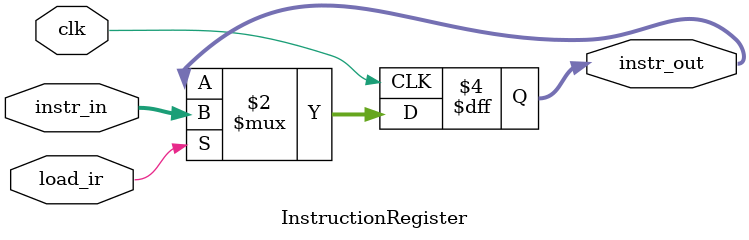
<source format=v>
module InstructionRegister (
    input wire clk,
    input wire load_ir,
    input wire [15:0] instr_in,
    output reg [15:0] instr_out
);

    always @(posedge clk) begin
        if (load_ir)
            instr_out <= instr_in;
    end

endmodule
</source>
